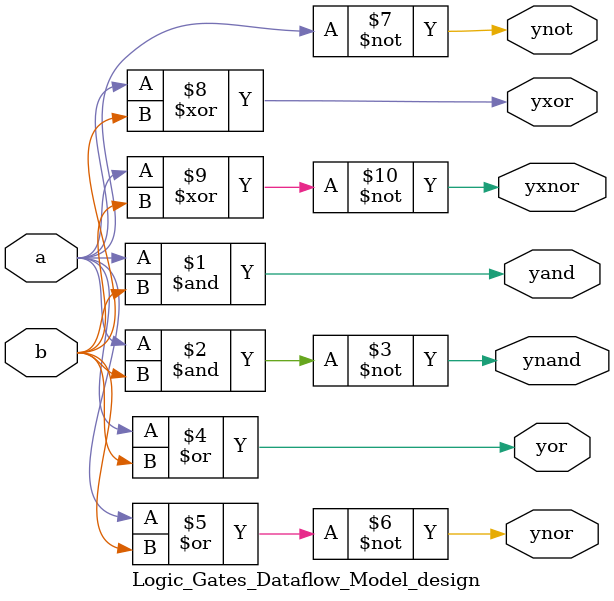
<source format=v>
`timescale 1ns / 1ps


module Logic_Gates_Dataflow_Model_design(
    input a,b,
    output yand, ynand, yor, ynor, ynot,
    yxor, yxnor
    );
    assign yand = a & b;
    assign ynand = ~(a & b);
    assign yor = a|b;
    assign ynor = ~(a|b);
    assign ynot = ~a;
    assign yxor = a^b;
    assign yxnor = ~(a^b);
endmodule

</source>
